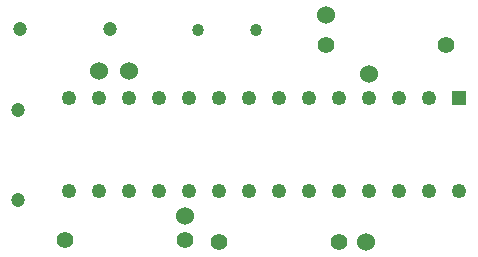
<source format=gbr>
G04*
G04 #@! TF.GenerationSoftware,Altium Limited,Altium Designer,22.4.2 (48)*
G04*
G04 Layer_Physical_Order=1*
G04 Layer_Color=255*
%FSLAX44Y44*%
%MOMM*%
G71*
G04*
G04 #@! TF.SameCoordinates,BDD24D00-A3F0-4FE7-AA0F-EC7639B0A0CE*
G04*
G04*
G04 #@! TF.FilePolarity,Positive*
G04*
G01*
G75*
%ADD19C,1.4000*%
%ADD20C,1.5240*%
%ADD21C,1.0300*%
%ADD22C,1.2000*%
%ADD23C,1.2500*%
%ADD24R,1.2500X1.2500*%
D19*
X400050Y227330D02*
D03*
X298450D02*
D03*
X208280Y60960D02*
D03*
X309880D02*
D03*
X77470Y62230D02*
D03*
X179070D02*
D03*
D20*
Y82550D02*
D03*
X335280Y203200D02*
D03*
X332740Y60960D02*
D03*
X132080Y205740D02*
D03*
X106680D02*
D03*
X298450Y252730D02*
D03*
D21*
X239030Y240030D02*
D03*
X190230D02*
D03*
D22*
X115570Y241300D02*
D03*
X39370D02*
D03*
X38100Y172720D02*
D03*
Y96520D02*
D03*
D23*
X411480Y104140D02*
D03*
X386080D02*
D03*
X360680D02*
D03*
X335280D02*
D03*
X309880D02*
D03*
X284480D02*
D03*
X259080D02*
D03*
X233680D02*
D03*
X208280D02*
D03*
X182880D02*
D03*
X157480D02*
D03*
X132080D02*
D03*
X106680D02*
D03*
X81280D02*
D03*
Y182880D02*
D03*
X106680D02*
D03*
X132080D02*
D03*
X157480D02*
D03*
X182880D02*
D03*
X208280D02*
D03*
X233680D02*
D03*
X259080D02*
D03*
X284480D02*
D03*
X309880D02*
D03*
X335280D02*
D03*
X360680D02*
D03*
X386080D02*
D03*
D24*
X411480D02*
D03*
M02*

</source>
